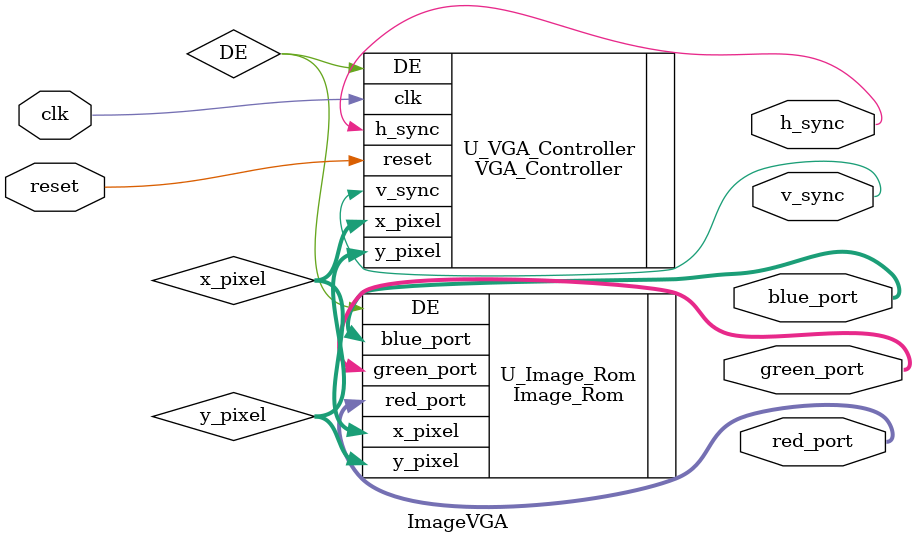
<source format=sv>
`timescale 1ns / 1ps

module ImageVGA(
    input logic clk,
    input logic reset,
    output logic h_sync,
    output logic v_sync,
    output logic [3:0] red_port,
    output logic [3:0] green_port,
    output logic [3:0] blue_port
    );

    logic [9:0] x_pixel;
    logic [9:0] y_pixel;
    logic DE;

    VGA_Controller U_VGA_Controller(
        .clk(clk),
        .reset(reset),
        .h_sync(h_sync),
        .v_sync(v_sync),
        .x_pixel(x_pixel),
        .y_pixel(y_pixel),
        .DE(DE)
    );

    Image_Rom U_Image_Rom(
        .x_pixel(x_pixel),
        .y_pixel(y_pixel),
        .DE(DE),
        .red_port(red_port),
        .green_port(green_port),
        .blue_port(blue_port)
    );


endmodule

</source>
